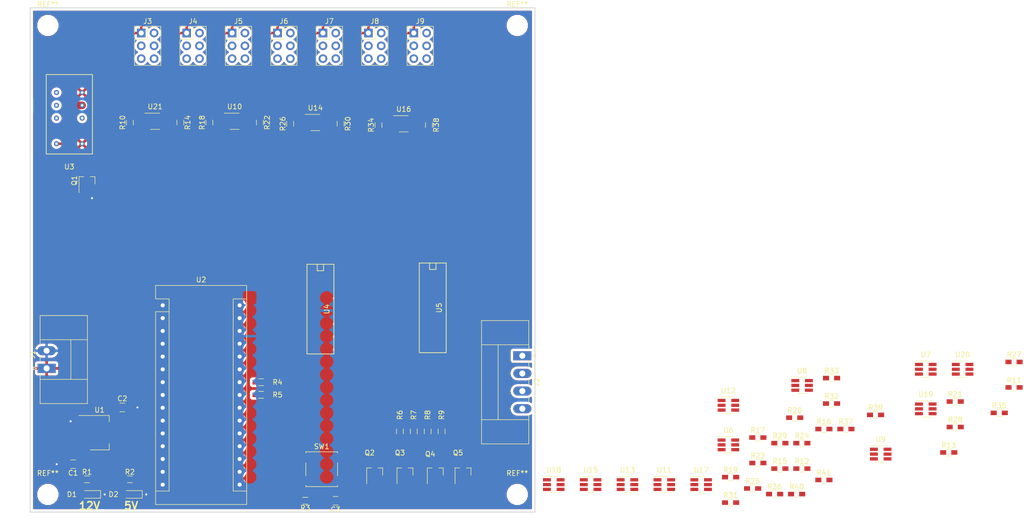
<source format=kicad_pcb>
(kicad_pcb (version 4) (host pcbnew 4.0.7)
  (layers (0 F.Cu signal) (31 B.Cu signal) (34 B.Paste user) (35 F.Paste user) (36 B.SilkS user) (37 F.SilkS user) (38 B.Mask user) (39 F.Mask user) (44 Edge.Cuts user))
  (net 0 "")
  (net 1 GND)
  (net 2 +12V)
  (net 3 +5V)
  (net 4 "Net-(D1-Pad2)")
  (net 5 "Net-(D2-Pad2)")
  (net 6 LED1)
  (net 7 LED2)
  (net 8 LED3)
  (net 9 LED4)
  (net 10 LED5)
  (net 11 LED6)
  (net 12 LED7)
  (net 13 LED8)
  (net 14 LED9)
  (net 15 LED10)
  (net 16 LED11)
  (net 17 LED12)
  (net 18 LED13)
  (net 19 LED14)
  (net 20 LED15)
  (net 21 LED16)
  (net 22 LED17)
  (net 23 LED18)
  (net 24 LED19)
  (net 25 LED20)
  (net 26 LED21)
  (net 27 LED22)
  (net 28 LED23)
  (net 29 LED24)
  (net 30 LED25)
  (net 31 LED26)
  (net 32 LED27)
  (net 33 LED28)
  (net 34 LED29)
  (net 35 LED30)
  (net 36 LED31)
  (net 37 LED32)
  (net 38 SCL)
  (net 39 SDA)
  (net 40 "Net-(R11-Pad1)")
  (net 41 "Net-(R12-Pad1)")
  (net 42 "Net-(R13-Pad1)")
  (net 43 "Net-(R15-Pad2)")
  (net 44 "Net-(R16-Pad2)")
  (net 45 "Net-(R17-Pad2)")
  (net 46 "Net-(R19-Pad1)")
  (net 47 "Net-(R20-Pad1)")
  (net 48 "Net-(R21-Pad1)")
  (net 49 "Net-(R23-Pad2)")
  (net 50 "Net-(R24-Pad2)")
  (net 51 "Net-(R25-Pad2)")
  (net 52 "Net-(R27-Pad1)")
  (net 53 "Net-(R28-Pad1)")
  (net 54 "Net-(R29-Pad1)")
  (net 55 "Net-(R31-Pad2)")
  (net 56 "Net-(R32-Pad2)")
  (net 57 "Net-(R33-Pad2)")
  (net 58 "Net-(R35-Pad1)")
  (net 59 "Net-(R36-Pad1)")
  (net 60 "Net-(R37-Pad1)")
  (net 61 "Net-(R39-Pad2)")
  (net 62 "Net-(R40-Pad2)")
  (net 63 "Net-(R41-Pad2)")
  (net 64 "Net-(U3-Pad3)")
  (net 65 "Net-(U3-Pad9)")
  (net 66 "Net-(U3-Pad10)")
  (net 67 "Net-(U5-Pad19)")
  (net 68 "Net-(U5-Pad20)")
  (net 69 ButtonRead)
  (net 70 PWM_1_OUTPUT)
  (net 71 PWM_2_OUTPUT)
  (net 72 PWM_3_OUTPUT)
  (net 73 PWM_4_OUTPUT)
  (net 74 LED_PWR)
  (net 75 "Net-(J9-Pad2)")
  (net 76 "Net-(J9-Pad4)")
  (net 77 "Net-(J9-Pad6)")
  (net 78 RelayControl)
  (net 79 "Net-(Q1-Pad3)")
  (net 80 PWM_1_CTRL)
  (net 81 "Net-(Q2-Pad3)")
  (net 82 PWM_2_CTRL)
  (net 83 "Net-(Q3-Pad3)")
  (net 84 PWM_3_CTRL)
  (net 85 "Net-(Q4-Pad3)")
  (net 86 PWM_4_CTRL)
  (net 87 "Net-(Q5-Pad3)")
  (net 88 "Net-(R10-Pad1)")
  (net 89 "Net-(R14-Pad2)")
  (net 90 "Net-(R18-Pad1)")
  (net 91 "Net-(R22-Pad2)")
  (net 92 "Net-(R26-Pad1)")
  (net 93 "Net-(R30-Pad2)")
  (net 94 "Net-(R34-Pad1)")
  (net 95 "Net-(R38-Pad2)")
  (net 96 "Net-(U2-Pad1)")
  (net 97 "Net-(U2-Pad17)")
  (net 98 "Net-(U2-Pad2)")
  (net 99 "Net-(U2-Pad18)")
  (net 100 "Net-(U2-Pad3)")
  (net 101 "Net-(U2-Pad19)")
  (net 102 "Net-(U2-Pad20)")
  (net 103 "Net-(U2-Pad5)")
  (net 104 "Net-(U2-Pad21)")
  (net 105 "Net-(U2-Pad22)")
  (net 106 "Net-(U2-Pad7)")
  (net 107 "Net-(U2-Pad25)")
  (net 108 "Net-(U2-Pad10)")
  (net 109 "Net-(U2-Pad26)")
  (net 110 "Net-(U2-Pad11)")
  (net 111 "Net-(U2-Pad27)")
  (net 112 "Net-(U2-Pad13)")
  (net 113 "Net-(U2-Pad14)")
  (net 114 "Net-(U3-Pad8)")
  (net 115 OUT_9)
  (net 116 OUT_10)
  (net 117 OUT_11)
  (net 118 OUT_12)
  (net 119 OUT_13)
  (net 120 OUT_14)
  (net 121 OUT_15)
  (net 122 OUT_16)
  (net 123 "Net-(U4-Pad19)")
  (net 124 "Net-(U4-Pad20)")
  (net 125 OUT_1)
  (net 126 OUT_2)
  (net 127 OUT_3)
  (net 128 OUT_4)
  (net 129 OUT_5)
  (net 130 OUT_6)
  (net 131 OUT_7)
  (net 132 OUT_8)
  (net 133 OUT_25)
  (net 134 OUT_26)
  (net 135 OUT_27)
  (net 136 OUT_28)
  (net 137 OUT_29)
  (net 138 OUT_30)
  (net 139 OUT_31)
  (net 140 OUT_32)
  (net 141 OUT_17)
  (net 142 OUT_18)
  (net 143 OUT_19)
  (net 144 OUT_20)
  (net 145 OUT_21)
  (net 146 OUT_22)
  (net 147 OUT_23)
  (net 148 OUT_24)
  (net 149 "Net-(U2-Pad28)")
  (module Mounting_Holes:MountingHole_3.2mm_M3 (layer F.Cu) (at 121.5 121.5)
    (fp_text reference REF** (at 0 -4.2) (layer F.SilkS))
    (fp_text value MountingHole_3.2mm_M3)
    (pad 1 np_thru_hole circle (at 0 0) (size 3.2 3.2) (drill 3.2) (layers *.Cu *.Mask))
  )
  (module Mounting_Holes:MountingHole_3.2mm_M3 (layer F.Cu) (at 28.5 28.5)
    (fp_text reference REF** (at 0 -4.2) (layer F.SilkS))
    (fp_text value MountingHole_3.2mm_M3)
    (pad 1 np_thru_hole circle (at 0 0) (size 3.2 3.2) (drill 3.2) (layers *.Cu *.Mask))
  )
  (module Mounting_Holes:MountingHole_3.2mm_M3 (layer F.Cu) (at 28.5 121.5)
    (fp_text reference REF** (at 0 -4.2) (layer F.SilkS))
    (fp_text value MountingHole_3.2mm_M3)
    (pad 1 np_thru_hole circle (at 0 0) (size 3.2 3.2) (drill 3.2) (layers *.Cu *.Mask))
  )
  (module Mounting_Holes:MountingHole_3.2mm_M3 (layer F.Cu) (at 121.5 28.5)
    (fp_text reference REF** (at 0 -4.2) (layer F.SilkS))
    (fp_text value MountingHole_3.2mm_M3)
    (pad 1 np_thru_hole circle (at 0 0) (size 3.2 3.2) (drill 3.2) (layers *.Cu *.Mask))
  )
  (module Capacitors_SMD:C_0805_HandSoldering (layer F.Cu) (at 33.5 115.5 180)
    (fp_text reference C1 (at 0 -1.75 180) (layer F.SilkS))
    (fp_text value 4.7uF)
    (pad 1 smd rect (at -1.25 0 180) (size 1.5 1.25) (layers F.Cu F.Paste F.Mask) (net 2 +12V))
    (pad 2 smd rect (at 1.25 0 180) (size 1.5 1.25) (layers F.Cu F.Paste F.Mask) (net 1 GND))
  )
  (module Capacitors_SMD:C_0805_HandSoldering (layer F.Cu) (at 43.25 104.25)
    (fp_text reference C2 (at 0 -1.75) (layer F.SilkS))
    (fp_text value 4.7uF)
    (pad 1 smd rect (at -1.25 0) (size 1.5 1.25) (layers F.Cu F.Paste F.Mask) (net 3 +5V))
    (pad 2 smd rect (at 1.25 0) (size 1.5 1.25) (layers F.Cu F.Paste F.Mask) (net 1 GND))
  )
  (module Capacitors_SMD:C_0805_HandSoldering (layer F.Cu) (at 85.5 122.75 180)
    (fp_text reference C3 (at 0 -1.75 180) (layer F.SilkS))
    (fp_text value 100nF)
    (pad 1 smd rect (at -1.25 0 180) (size 1.5 1.25) (layers F.Cu F.Paste F.Mask) (net 3 +5V))
    (pad 2 smd rect (at 1.25 0 180) (size 1.5 1.25) (layers F.Cu F.Paste F.Mask) (net 69 ButtonRead))
  )
  (module LEDs:LED_0805_HandSoldering (layer F.Cu) (at 36.75 121.5 180)
    (fp_text reference D1 (at 3.5 0 180) (layer F.SilkS))
    (fp_text value LED)
    (pad 1 smd rect (at -1.35 0 180) (size 1.5 1.3) (layers F.Cu F.Paste F.Mask) (net 1 GND))
    (pad 2 smd rect (at 1.35 0 180) (size 1.5 1.3) (layers F.Cu F.Paste F.Mask) (net 4 "Net-(D1-Pad2)"))
  )
  (module LEDs:LED_0805_HandSoldering (layer F.Cu) (at 45 121.5 180)
    (fp_text reference D2 (at 3.5 0 180) (layer F.SilkS))
    (fp_text value LED)
    (pad 1 smd rect (at -1.35 0 180) (size 1.5 1.3) (layers F.Cu F.Paste F.Mask) (net 1 GND))
    (pad 2 smd rect (at 1.35 0 180) (size 1.5 1.3) (layers F.Cu F.Paste F.Mask) (net 5 "Net-(D2-Pad2)"))
  )
  (module Connectors_Phoenix:PhoenixContact_MC-GF_02x3.50mm_Angled_ThreadedFlange (layer F.Cu) (at 28.25 96.5 90)
    (fp_text reference J1 (at 2.75 -2.8 90) (layer F.SilkS))
    (fp_text value Conn_01x02)
    (pad 1 thru_hole rect (at 0 0 90) (size 1.8 3.6) (drill 1.2) (layers *.Cu *.Mask) (net 2 +12V))
    (pad 2 thru_hole oval (at 3.5 0 90) (size 1.8 3.6) (drill 1.2) (layers *.Cu *.Mask) (net 1 GND))
  )
  (module Connectors_Phoenix:PhoenixContact_MC-GF_04x3.50mm_Angled_ThreadedFlange (layer F.Cu) (at 122.5 94 270)
    (fp_text reference J2 (at 5.25 -2.8 270) (layer F.SilkS))
    (fp_text value Conn_01x04)
    (pad 1 thru_hole rect (at 0 0 270) (size 1.8 3.6) (drill 1.2) (layers *.Cu *.Mask) (net 70 PWM_1_OUTPUT))
    (pad 2 thru_hole oval (at 3.5 0 270) (size 1.8 3.6) (drill 1.2) (layers *.Cu *.Mask) (net 71 PWM_2_OUTPUT))
    (pad 3 thru_hole oval (at 7 0 270) (size 1.8 3.6) (drill 1.2) (layers *.Cu *.Mask) (net 72 PWM_3_OUTPUT))
    (pad 4 thru_hole oval (at 10.5 0 270) (size 1.8 3.6) (drill 1.2) (layers *.Cu *.Mask) (net 73 PWM_4_OUTPUT))
  )
  (module Pin_Headers:Pin_Header_Straight_2x03_Pitch2.54mm (layer F.Cu) (at 47 30)
    (fp_text reference J3 (at 1.27 -2.33) (layer F.SilkS))
    (fp_text value Conn_02x03_Odd_Even)
    (pad 1 thru_hole rect (at 0 0) (size 1.7 1.7) (drill 1) (layers *.Cu *.Mask) (net 74 LED_PWR))
    (pad 2 thru_hole oval (at 2.54 0) (size 1.7 1.7) (drill 1) (layers *.Cu *.Mask) (net 8 LED3))
    (pad 3 thru_hole oval (at 0 2.54) (size 1.7 1.7) (drill 1) (layers *.Cu *.Mask) (net 6 LED1))
    (pad 4 thru_hole oval (at 2.54 2.54) (size 1.7 1.7) (drill 1) (layers *.Cu *.Mask) (net 9 LED4))
    (pad 5 thru_hole oval (at 0 5.08) (size 1.7 1.7) (drill 1) (layers *.Cu *.Mask) (net 7 LED2))
    (pad 6 thru_hole oval (at 2.54 5.08) (size 1.7 1.7) (drill 1) (layers *.Cu *.Mask) (net 10 LED5))
  )
  (module Pin_Headers:Pin_Header_Straight_2x03_Pitch2.54mm (layer F.Cu) (at 56 30)
    (fp_text reference J4 (at 1.27 -2.33) (layer F.SilkS))
    (fp_text value Conn_02x03_Odd_Even)
    (pad 1 thru_hole rect (at 0 0) (size 1.7 1.7) (drill 1) (layers *.Cu *.Mask) (net 74 LED_PWR))
    (pad 2 thru_hole oval (at 2.54 0) (size 1.7 1.7) (drill 1) (layers *.Cu *.Mask) (net 13 LED8))
    (pad 3 thru_hole oval (at 0 2.54) (size 1.7 1.7) (drill 1) (layers *.Cu *.Mask) (net 11 LED6))
    (pad 4 thru_hole oval (at 2.54 2.54) (size 1.7 1.7) (drill 1) (layers *.Cu *.Mask) (net 14 LED9))
    (pad 5 thru_hole oval (at 0 5.08) (size 1.7 1.7) (drill 1) (layers *.Cu *.Mask) (net 12 LED7))
    (pad 6 thru_hole oval (at 2.54 5.08) (size 1.7 1.7) (drill 1) (layers *.Cu *.Mask) (net 15 LED10))
  )
  (module Pin_Headers:Pin_Header_Straight_2x03_Pitch2.54mm (layer F.Cu) (at 65 30)
    (fp_text reference J5 (at 1.27 -2.33) (layer F.SilkS))
    (fp_text value Conn_02x03_Odd_Even)
    (pad 1 thru_hole rect (at 0 0) (size 1.7 1.7) (drill 1) (layers *.Cu *.Mask) (net 74 LED_PWR))
    (pad 2 thru_hole oval (at 2.54 0) (size 1.7 1.7) (drill 1) (layers *.Cu *.Mask) (net 18 LED13))
    (pad 3 thru_hole oval (at 0 2.54) (size 1.7 1.7) (drill 1) (layers *.Cu *.Mask) (net 16 LED11))
    (pad 4 thru_hole oval (at 2.54 2.54) (size 1.7 1.7) (drill 1) (layers *.Cu *.Mask) (net 19 LED14))
    (pad 5 thru_hole oval (at 0 5.08) (size 1.7 1.7) (drill 1) (layers *.Cu *.Mask) (net 17 LED12))
    (pad 6 thru_hole oval (at 2.54 5.08) (size 1.7 1.7) (drill 1) (layers *.Cu *.Mask) (net 20 LED15))
  )
  (module Pin_Headers:Pin_Header_Straight_2x03_Pitch2.54mm (layer F.Cu) (at 74 30)
    (fp_text reference J6 (at 1.27 -2.33) (layer F.SilkS))
    (fp_text value Conn_02x03_Odd_Even)
    (pad 1 thru_hole rect (at 0 0) (size 1.7 1.7) (drill 1) (layers *.Cu *.Mask) (net 74 LED_PWR))
    (pad 2 thru_hole oval (at 2.54 0) (size 1.7 1.7) (drill 1) (layers *.Cu *.Mask) (net 23 LED18))
    (pad 3 thru_hole oval (at 0 2.54) (size 1.7 1.7) (drill 1) (layers *.Cu *.Mask) (net 21 LED16))
    (pad 4 thru_hole oval (at 2.54 2.54) (size 1.7 1.7) (drill 1) (layers *.Cu *.Mask) (net 24 LED19))
    (pad 5 thru_hole oval (at 0 5.08) (size 1.7 1.7) (drill 1) (layers *.Cu *.Mask) (net 22 LED17))
    (pad 6 thru_hole oval (at 2.54 5.08) (size 1.7 1.7) (drill 1) (layers *.Cu *.Mask) (net 25 LED20))
  )
  (module Pin_Headers:Pin_Header_Straight_2x03_Pitch2.54mm (layer F.Cu) (at 83 30)
    (fp_text reference J7 (at 1.27 -2.33) (layer F.SilkS))
    (fp_text value Conn_02x03_Odd_Even)
    (pad 1 thru_hole rect (at 0 0) (size 1.7 1.7) (drill 1) (layers *.Cu *.Mask) (net 74 LED_PWR))
    (pad 2 thru_hole oval (at 2.54 0) (size 1.7 1.7) (drill 1) (layers *.Cu *.Mask) (net 28 LED23))
    (pad 3 thru_hole oval (at 0 2.54) (size 1.7 1.7) (drill 1) (layers *.Cu *.Mask) (net 26 LED21))
    (pad 4 thru_hole oval (at 2.54 2.54) (size 1.7 1.7) (drill 1) (layers *.Cu *.Mask) (net 29 LED24))
    (pad 5 thru_hole oval (at 0 5.08) (size 1.7 1.7) (drill 1) (layers *.Cu *.Mask) (net 27 LED22))
    (pad 6 thru_hole oval (at 2.54 5.08) (size 1.7 1.7) (drill 1) (layers *.Cu *.Mask) (net 30 LED25))
  )
  (module Pin_Headers:Pin_Header_Straight_2x03_Pitch2.54mm (layer F.Cu) (at 92 30)
    (fp_text reference J8 (at 1.27 -2.33) (layer F.SilkS))
    (fp_text value Conn_02x03_Odd_Even)
    (pad 1 thru_hole rect (at 0 0) (size 1.7 1.7) (drill 1) (layers *.Cu *.Mask) (net 74 LED_PWR))
    (pad 2 thru_hole oval (at 2.54 0) (size 1.7 1.7) (drill 1) (layers *.Cu *.Mask) (net 33 LED28))
    (pad 3 thru_hole oval (at 0 2.54) (size 1.7 1.7) (drill 1) (layers *.Cu *.Mask) (net 31 LED26))
    (pad 4 thru_hole oval (at 2.54 2.54) (size 1.7 1.7) (drill 1) (layers *.Cu *.Mask) (net 34 LED29))
    (pad 5 thru_hole oval (at 0 5.08) (size 1.7 1.7) (drill 1) (layers *.Cu *.Mask) (net 32 LED27))
    (pad 6 thru_hole oval (at 2.54 5.08) (size 1.7 1.7) (drill 1) (layers *.Cu *.Mask) (net 35 LED30))
  )
  (module Pin_Headers:Pin_Header_Straight_2x03_Pitch2.54mm (layer F.Cu) (at 101 30)
    (fp_text reference J9 (at 1.27 -2.33) (layer F.SilkS))
    (fp_text value Conn_02x03_Odd_Even)
    (pad 1 thru_hole rect (at 0 0) (size 1.7 1.7) (drill 1) (layers *.Cu *.Mask) (net 74 LED_PWR))
    (pad 2 thru_hole oval (at 2.54 0) (size 1.7 1.7) (drill 1) (layers *.Cu *.Mask) (net 75 "Net-(J9-Pad2)"))
    (pad 3 thru_hole oval (at 0 2.54) (size 1.7 1.7) (drill 1) (layers *.Cu *.Mask) (net 36 LED31))
    (pad 4 thru_hole oval (at 2.54 2.54) (size 1.7 1.7) (drill 1) (layers *.Cu *.Mask) (net 76 "Net-(J9-Pad4)"))
    (pad 5 thru_hole oval (at 0 5.08) (size 1.7 1.7) (drill 1) (layers *.Cu *.Mask) (net 37 LED32))
    (pad 6 thru_hole oval (at 2.54 5.08) (size 1.7 1.7) (drill 1) (layers *.Cu *.Mask) (net 77 "Net-(J9-Pad6)"))
  )
  (module TO_SOT_Packages_SMD:SOT-23_Handsoldering (layer F.Cu) (at 36.25 59.25 90)
    (fp_text reference Q1 (at 0 -2.5 90) (layer F.SilkS))
    (fp_text value Q_NMOS_GSD)
    (pad 1 smd rect (at -1.5 -0.95 90) (size 1.9 0.8) (layers F.Cu F.Paste F.Mask) (net 78 RelayControl))
    (pad 2 smd rect (at -1.5 0.95 90) (size 1.9 0.8) (layers F.Cu F.Paste F.Mask) (net 1 GND))
    (pad 3 smd rect (at 1.5 0 90) (size 1.9 0.8) (layers F.Cu F.Paste F.Mask) (net 79 "Net-(Q1-Pad3)"))
  )
  (module TO_SOT_Packages_SMD:SOT-23_Handsoldering (layer F.Cu) (at 93.25 117 90)
    (fp_text reference Q2 (at 3.75 -1 180) (layer F.SilkS))
    (fp_text value Q_NMOS_GSD)
    (pad 1 smd rect (at -1.5 -0.95 90) (size 1.9 0.8) (layers F.Cu F.Paste F.Mask) (net 80 PWM_1_CTRL))
    (pad 2 smd rect (at -1.5 0.95 90) (size 1.9 0.8) (layers F.Cu F.Paste F.Mask) (net 1 GND))
    (pad 3 smd rect (at 1.5 0 90) (size 1.9 0.8) (layers F.Cu F.Paste F.Mask) (net 81 "Net-(Q2-Pad3)"))
  )
  (module TO_SOT_Packages_SMD:SOT-23_Handsoldering (layer F.Cu) (at 99.25 117 90)
    (fp_text reference Q3 (at 3.75 -1 180) (layer F.SilkS))
    (fp_text value Q_NMOS_GSD)
    (pad 1 smd rect (at -1.5 -0.95 90) (size 1.9 0.8) (layers F.Cu F.Paste F.Mask) (net 82 PWM_2_CTRL))
    (pad 2 smd rect (at -1.5 0.95 90) (size 1.9 0.8) (layers F.Cu F.Paste F.Mask) (net 1 GND))
    (pad 3 smd rect (at 1.5 0 90) (size 1.9 0.8) (layers F.Cu F.Paste F.Mask) (net 83 "Net-(Q3-Pad3)"))
  )
  (module TO_SOT_Packages_SMD:SOT-23_Handsoldering (layer F.Cu) (at 105.25 117 90)
    (fp_text reference Q4 (at 3.5 -1 180) (layer F.SilkS))
    (fp_text value Q_NMOS_GSD)
    (pad 1 smd rect (at -1.5 -0.95 90) (size 1.9 0.8) (layers F.Cu F.Paste F.Mask) (net 84 PWM_3_CTRL))
    (pad 2 smd rect (at -1.5 0.95 90) (size 1.9 0.8) (layers F.Cu F.Paste F.Mask) (net 1 GND))
    (pad 3 smd rect (at 1.5 0 90) (size 1.9 0.8) (layers F.Cu F.Paste F.Mask) (net 85 "Net-(Q4-Pad3)"))
  )
  (module TO_SOT_Packages_SMD:SOT-23_Handsoldering (layer F.Cu) (at 110.75 117 90)
    (fp_text reference Q5 (at 3.75 -1 180) (layer F.SilkS))
    (fp_text value Q_NMOS_GSD)
    (pad 1 smd rect (at -1.5 -0.95 90) (size 1.9 0.8) (layers F.Cu F.Paste F.Mask) (net 86 PWM_4_CTRL))
    (pad 2 smd rect (at -1.5 0.95 90) (size 1.9 0.8) (layers F.Cu F.Paste F.Mask) (net 1 GND))
    (pad 3 smd rect (at 1.5 0 90) (size 1.9 0.8) (layers F.Cu F.Paste F.Mask) (net 87 "Net-(Q5-Pad3)"))
  )
  (module Resistors_SMD:R_0603_HandSoldering (layer F.Cu) (at 36.25 118.5)
    (fp_text reference R1 (at 0 -1.45) (layer F.SilkS))
    (fp_text value 1K)
    (pad 1 smd rect (at -1.1 0) (size 1.2 0.9) (layers F.Cu F.Paste F.Mask) (net 2 +12V))
    (pad 2 smd rect (at 1.1 0) (size 1.2 0.9) (layers F.Cu F.Paste F.Mask) (net 4 "Net-(D1-Pad2)"))
  )
  (module Resistors_SMD:R_0603_HandSoldering (layer F.Cu) (at 44.75 118.5)
    (fp_text reference R2 (at 0 -1.45) (layer F.SilkS))
    (fp_text value 1K)
    (pad 1 smd rect (at -1.1 0) (size 1.2 0.9) (layers F.Cu F.Paste F.Mask) (net 3 +5V))
    (pad 2 smd rect (at 1.1 0) (size 1.2 0.9) (layers F.Cu F.Paste F.Mask) (net 5 "Net-(D2-Pad2)"))
  )
  (module Resistors_SMD:R_0603_HandSoldering (layer F.Cu) (at 79.5 122.75 180)
    (fp_text reference R3 (at 0 -1.45 180) (layer F.SilkS))
    (fp_text value 10K)
    (pad 1 smd rect (at -1.1 0 180) (size 1.2 0.9) (layers F.Cu F.Paste F.Mask) (net 69 ButtonRead))
    (pad 2 smd rect (at 1.1 0 180) (size 1.2 0.9) (layers F.Cu F.Paste F.Mask) (net 1 GND))
  )
  (module Resistors_SMD:R_0603_HandSoldering (layer F.Cu) (at 70.75 99.25 180)
    (fp_text reference R4 (at -3.25 0 180) (layer F.SilkS))
    (fp_text value 4.7K)
    (pad 1 smd rect (at -1.1 0 180) (size 1.2 0.9) (layers F.Cu F.Paste F.Mask) (net 3 +5V))
    (pad 2 smd rect (at 1.1 0 180) (size 1.2 0.9) (layers F.Cu F.Paste F.Mask) (net 38 SCL))
  )
  (module Resistors_SMD:R_0603_HandSoldering (layer F.Cu) (at 70.75 101.75 180)
    (fp_text reference R5 (at -3.25 0 180) (layer F.SilkS))
    (fp_text value 4.7K)
    (pad 1 smd rect (at -1.1 0 180) (size 1.2 0.9) (layers F.Cu F.Paste F.Mask) (net 3 +5V))
    (pad 2 smd rect (at 1.1 0 180) (size 1.2 0.9) (layers F.Cu F.Paste F.Mask) (net 39 SDA))
  )
  (module Resistors_SMD:R_0603_HandSoldering (layer F.Cu) (at 98.25 109 270)
    (fp_text reference R6 (at -3.25 0 270) (layer F.SilkS))
    (fp_text value 10K)
    (pad 1 smd rect (at -1.1 0 270) (size 1.2 0.9) (layers F.Cu F.Paste F.Mask) (net 70 PWM_1_OUTPUT))
    (pad 2 smd rect (at 1.1 0 270) (size 1.2 0.9) (layers F.Cu F.Paste F.Mask) (net 81 "Net-(Q2-Pad3)"))
  )
  (module Resistors_SMD:R_0603_HandSoldering (layer F.Cu) (at 101 109 270)
    (fp_text reference R7 (at -3.25 0 270) (layer F.SilkS))
    (fp_text value 10K)
    (pad 1 smd rect (at -1.1 0 270) (size 1.2 0.9) (layers F.Cu F.Paste F.Mask) (net 71 PWM_2_OUTPUT))
    (pad 2 smd rect (at 1.1 0 270) (size 1.2 0.9) (layers F.Cu F.Paste F.Mask) (net 83 "Net-(Q3-Pad3)"))
  )
  (module Resistors_SMD:R_0603_HandSoldering (layer F.Cu) (at 103.75 109 270)
    (fp_text reference R8 (at -3.25 0 270) (layer F.SilkS))
    (fp_text value 10K)
    (pad 1 smd rect (at -1.1 0 270) (size 1.2 0.9) (layers F.Cu F.Paste F.Mask) (net 72 PWM_3_OUTPUT))
    (pad 2 smd rect (at 1.1 0 270) (size 1.2 0.9) (layers F.Cu F.Paste F.Mask) (net 85 "Net-(Q4-Pad3)"))
  )
  (module Resistors_SMD:R_0603_HandSoldering (layer F.Cu) (at 106.5 109 270)
    (fp_text reference R9 (at -3.25 0 270) (layer F.SilkS))
    (fp_text value 10K)
    (pad 1 smd rect (at -1.1 0 270) (size 1.2 0.9) (layers F.Cu F.Paste F.Mask) (net 73 PWM_4_OUTPUT))
    (pad 2 smd rect (at 1.1 0 270) (size 1.2 0.9) (layers F.Cu F.Paste F.Mask) (net 87 "Net-(Q5-Pad3)"))
  )
  (module Resistors_SMD:R_0603_HandSoldering (layer F.Cu) (at 44.75 47.75 90)
    (fp_text reference R10 (at 0 -1.45 90) (layer F.SilkS))
    (fp_text value 2.7K)
    (pad 1 smd rect (at -1.1 0 90) (size 1.2 0.9) (layers F.Cu F.Paste F.Mask) (net 88 "Net-(R10-Pad1)"))
    (pad 2 smd rect (at 1.1 0 90) (size 1.2 0.9) (layers F.Cu F.Paste F.Mask) (net 6 LED1))
  )
  (module Resistors_SMD:R_0603_HandSoldering (layer F.Cu) (at 219.920002 100.279999)
    (fp_text reference R11 (at 0 -1.45) (layer F.SilkS))
    (fp_text value 2.7K)
    (pad 1 smd rect (at -1.1 0) (size 1.2 0.9) (layers F.Cu F.Paste F.Mask) (net 40 "Net-(R11-Pad1)"))
    (pad 2 smd rect (at 1.1 0) (size 1.2 0.9) (layers F.Cu F.Paste F.Mask) (net 22 LED17))
  )
  (module Resistors_SMD:R_0603_HandSoldering (layer F.Cu) (at 177.880002 116.379999)
    (fp_text reference R12 (at 0 -1.45) (layer F.SilkS))
    (fp_text value 2.7K)
    (pad 1 smd rect (at -1.1 0) (size 1.2 0.9) (layers F.Cu F.Paste F.Mask) (net 41 "Net-(R12-Pad1)"))
    (pad 2 smd rect (at 1.1 0) (size 1.2 0.9) (layers F.Cu F.Paste F.Mask) (net 14 LED9))
  )
  (module Resistors_SMD:R_0603_HandSoldering (layer F.Cu) (at 206.980002 113.179999)
    (fp_text reference R13 (at 0 -1.45) (layer F.SilkS))
    (fp_text value 2.7K)
    (pad 1 smd rect (at -1.1 0) (size 1.2 0.9) (layers F.Cu F.Paste F.Mask) (net 42 "Net-(R13-Pad1)"))
    (pad 2 smd rect (at 1.1 0) (size 1.2 0.9) (layers F.Cu F.Paste F.Mask) (net 30 LED25))
  )
  (module Resistors_SMD:R_0603_HandSoldering (layer F.Cu) (at 54.75 47.75 270)
    (fp_text reference R14 (at 0 -1.45 270) (layer F.SilkS))
    (fp_text value 2.7K)
    (pad 1 smd rect (at -1.1 0 270) (size 1.2 0.9) (layers F.Cu F.Paste F.Mask) (net 7 LED2))
    (pad 2 smd rect (at 1.1 0 270) (size 1.2 0.9) (layers F.Cu F.Paste F.Mask) (net 89 "Net-(R14-Pad2)"))
  )
  (module Resistors_SMD:R_0603_HandSoldering (layer F.Cu) (at 173.520002 116.379999)
    (fp_text reference R15 (at 0 -1.45) (layer F.SilkS))
    (fp_text value 2.7K)
    (pad 1 smd rect (at -1.1 0) (size 1.2 0.9) (layers F.Cu F.Paste F.Mask) (net 23 LED18))
    (pad 2 smd rect (at 1.1 0) (size 1.2 0.9) (layers F.Cu F.Paste F.Mask) (net 43 "Net-(R15-Pad2)"))
  )
  (module Resistors_SMD:R_0603_HandSoldering (layer F.Cu) (at 182.240002 108.529999)
    (fp_text reference R16 (at 0 -1.45) (layer F.SilkS))
    (fp_text value 2.7K)
    (pad 1 smd rect (at -1.1 0) (size 1.2 0.9) (layers F.Cu F.Paste F.Mask) (net 15 LED10))
    (pad 2 smd rect (at 1.1 0) (size 1.2 0.9) (layers F.Cu F.Paste F.Mask) (net 44 "Net-(R16-Pad2)"))
  )
  (module Resistors_SMD:R_0603_HandSoldering (layer F.Cu) (at 169.160002 110.219999)
    (fp_text reference R17 (at 0 -1.45) (layer F.SilkS))
    (fp_text value 2.7K)
    (pad 1 smd rect (at -1.1 0) (size 1.2 0.9) (layers F.Cu F.Paste F.Mask) (net 31 LED26))
    (pad 2 smd rect (at 1.1 0) (size 1.2 0.9) (layers F.Cu F.Paste F.Mask) (net 45 "Net-(R17-Pad2)"))
  )
  (module Resistors_SMD:R_0603_HandSoldering (layer F.Cu) (at 60.5 47.75 90)
    (fp_text reference R18 (at 0 -1.45 90) (layer F.SilkS))
    (fp_text value 2.7K)
    (pad 1 smd rect (at -1.1 0 90) (size 1.2 0.9) (layers F.Cu F.Paste F.Mask) (net 90 "Net-(R18-Pad1)"))
    (pad 2 smd rect (at 1.1 0 90) (size 1.2 0.9) (layers F.Cu F.Paste F.Mask) (net 8 LED3))
  )
  (module Resistors_SMD:R_0603_HandSoldering (layer F.Cu) (at 163.760002 118.069999)
    (fp_text reference R19 (at 0 -1.45) (layer F.SilkS))
    (fp_text value 2.7K)
    (pad 1 smd rect (at -1.1 0) (size 1.2 0.9) (layers F.Cu F.Paste F.Mask) (net 46 "Net-(R19-Pad1)"))
    (pad 2 smd rect (at 1.1 0) (size 1.2 0.9) (layers F.Cu F.Paste F.Mask) (net 24 LED19))
  )
  (module Resistors_SMD:R_0603_HandSoldering (layer F.Cu) (at 176.460002 106.279999)
    (fp_text reference R20 (at 0 -1.45) (layer F.SilkS))
    (fp_text value 2.7K)
    (pad 1 smd rect (at -1.1 0) (size 1.2 0.9) (layers F.Cu F.Paste F.Mask) (net 47 "Net-(R20-Pad1)"))
    (pad 2 smd rect (at 1.1 0) (size 1.2 0.9) (layers F.Cu F.Paste F.Mask) (net 16 LED11))
  )
  (module Resistors_SMD:R_0603_HandSoldering (layer F.Cu) (at 208.260002 103.079999)
    (fp_text reference R21 (at 0 -1.45) (layer F.SilkS))
    (fp_text value 2.7K)
    (pad 1 smd rect (at -1.1 0) (size 1.2 0.9) (layers F.Cu F.Paste F.Mask) (net 48 "Net-(R21-Pad1)"))
    (pad 2 smd rect (at 1.1 0) (size 1.2 0.9) (layers F.Cu F.Paste F.Mask) (net 32 LED27))
  )
  (module Resistors_SMD:R_0603_HandSoldering (layer F.Cu) (at 70.5 47.75 270)
    (fp_text reference R22 (at 0 -1.45 270) (layer F.SilkS))
    (fp_text value 2.7K)
    (pad 1 smd rect (at -1.1 0 270) (size 1.2 0.9) (layers F.Cu F.Paste F.Mask) (net 9 LED4))
    (pad 2 smd rect (at 1.1 0 270) (size 1.2 0.9) (layers F.Cu F.Paste F.Mask) (net 91 "Net-(R22-Pad2)"))
  )
  (module Resistors_SMD:R_0603_HandSoldering (layer F.Cu) (at 169.160002 115.269999)
    (fp_text reference R23 (at 0 -1.45) (layer F.SilkS))
    (fp_text value 2.7K)
    (pad 1 smd rect (at -1.1 0) (size 1.2 0.9) (layers F.Cu F.Paste F.Mask) (net 25 LED20))
    (pad 2 smd rect (at 1.1 0) (size 1.2 0.9) (layers F.Cu F.Paste F.Mask) (net 49 "Net-(R23-Pad2)"))
  )
  (module Resistors_SMD:R_0603_HandSoldering (layer F.Cu) (at 177.880002 111.329999)
    (fp_text reference R24 (at 0 -1.45) (layer F.SilkS))
    (fp_text value 2.7K)
    (pad 1 smd rect (at -1.1 0) (size 1.2 0.9) (layers F.Cu F.Paste F.Mask) (net 17 LED12))
    (pad 2 smd rect (at 1.1 0) (size 1.2 0.9) (layers F.Cu F.Paste F.Mask) (net 50 "Net-(R24-Pad2)"))
  )
  (module Resistors_SMD:R_0603_HandSoldering (layer F.Cu) (at 168.120002 120.319999)
    (fp_text reference R25 (at 0 -1.45) (layer F.SilkS))
    (fp_text value 2.7K)
    (pad 1 smd rect (at -1.1 0) (size 1.2 0.9) (layers F.Cu F.Paste F.Mask) (net 33 LED28))
    (pad 2 smd rect (at 1.1 0) (size 1.2 0.9) (layers F.Cu F.Paste F.Mask) (net 51 "Net-(R25-Pad2)"))
  )
  (module Resistors_SMD:R_0603_HandSoldering (layer F.Cu) (at 76.5 48 90)
    (fp_text reference R26 (at 0 -1.45 90) (layer F.SilkS))
    (fp_text value 2.7K)
    (pad 1 smd rect (at -1.1 0 90) (size 1.2 0.9) (layers F.Cu F.Paste F.Mask) (net 92 "Net-(R26-Pad1)"))
    (pad 2 smd rect (at 1.1 0 90) (size 1.2 0.9) (layers F.Cu F.Paste F.Mask) (net 10 LED5))
  )
  (module Resistors_SMD:R_0603_HandSoldering (layer F.Cu) (at 219.920002 95.229999)
    (fp_text reference R27 (at 0 -1.45) (layer F.SilkS))
    (fp_text value 2.7K)
    (pad 1 smd rect (at -1.1 0) (size 1.2 0.9) (layers F.Cu F.Paste F.Mask) (net 52 "Net-(R27-Pad1)"))
    (pad 2 smd rect (at 1.1 0) (size 1.2 0.9) (layers F.Cu F.Paste F.Mask) (net 26 LED21))
  )
  (module Resistors_SMD:R_0603_HandSoldering (layer F.Cu) (at 208.260002 108.129999)
    (fp_text reference R28 (at 0 -1.45) (layer F.SilkS))
    (fp_text value 2.7K)
    (pad 1 smd rect (at -1.1 0) (size 1.2 0.9) (layers F.Cu F.Paste F.Mask) (net 53 "Net-(R28-Pad1)"))
    (pad 2 smd rect (at 1.1 0) (size 1.2 0.9) (layers F.Cu F.Paste F.Mask) (net 18 LED13))
  )
  (module Resistors_SMD:R_0603_HandSoldering (layer F.Cu) (at 173.520002 111.329999)
    (fp_text reference R29 (at 0 -1.45) (layer F.SilkS))
    (fp_text value 2.7K)
    (pad 1 smd rect (at -1.1 0) (size 1.2 0.9) (layers F.Cu F.Paste F.Mask) (net 54 "Net-(R29-Pad1)"))
    (pad 2 smd rect (at 1.1 0) (size 1.2 0.9) (layers F.Cu F.Paste F.Mask) (net 34 LED29))
  )
  (module Resistors_SMD:R_0603_HandSoldering (layer F.Cu) (at 86.5 48 270)
    (fp_text reference R30 (at 0 -1.45 270) (layer F.SilkS))
    (fp_text value 2.7K)
    (pad 1 smd rect (at -1.1 0 270) (size 1.2 0.9) (layers F.Cu F.Paste F.Mask) (net 11 LED6))
    (pad 2 smd rect (at 1.1 0 270) (size 1.2 0.9) (layers F.Cu F.Paste F.Mask) (net 93 "Net-(R30-Pad2)"))
  )
  (module Resistors_SMD:R_0603_HandSoldering (layer F.Cu) (at 163.760002 123.119999)
    (fp_text reference R31 (at 0 -1.45) (layer F.SilkS))
    (fp_text value 2.7K)
    (pad 1 smd rect (at -1.1 0) (size 1.2 0.9) (layers F.Cu F.Paste F.Mask) (net 27 LED22))
    (pad 2 smd rect (at 1.1 0) (size 1.2 0.9) (layers F.Cu F.Paste F.Mask) (net 55 "Net-(R31-Pad2)"))
  )
  (module Resistors_SMD:R_0603_HandSoldering (layer F.Cu) (at 183.760002 103.479999)
    (fp_text reference R32 (at 0 -1.45) (layer F.SilkS))
    (fp_text value 2.7K)
    (pad 1 smd rect (at -1.1 0) (size 1.2 0.9) (layers F.Cu F.Paste F.Mask) (net 19 LED14))
    (pad 2 smd rect (at 1.1 0) (size 1.2 0.9) (layers F.Cu F.Paste F.Mask) (net 56 "Net-(R32-Pad2)"))
  )
  (module Resistors_SMD:R_0603_HandSoldering (layer F.Cu) (at 183.760002 98.429999)
    (fp_text reference R33 (at 0 -1.45) (layer F.SilkS))
    (fp_text value 2.7K)
    (pad 1 smd rect (at -1.1 0) (size 1.2 0.9) (layers F.Cu F.Paste F.Mask) (net 35 LED30))
    (pad 2 smd rect (at 1.1 0) (size 1.2 0.9) (layers F.Cu F.Paste F.Mask) (net 57 "Net-(R33-Pad2)"))
  )
  (module Resistors_SMD:R_0603_HandSoldering (layer F.Cu) (at 94 48.25 90)
    (fp_text reference R34 (at 0 -1.45 90) (layer F.SilkS))
    (fp_text value 2.7K)
    (pad 1 smd rect (at -1.1 0 90) (size 1.2 0.9) (layers F.Cu F.Paste F.Mask) (net 94 "Net-(R34-Pad1)"))
    (pad 2 smd rect (at 1.1 0 90) (size 1.2 0.9) (layers F.Cu F.Paste F.Mask) (net 12 LED7))
  )
  (module Resistors_SMD:R_0603_HandSoldering (layer F.Cu) (at 216.980002 105.329999)
    (fp_text reference R35 (at 0 -1.45) (layer F.SilkS))
    (fp_text value 2.7K)
    (pad 1 smd rect (at -1.1 0) (size 1.2 0.9) (layers F.Cu F.Paste F.Mask) (net 58 "Net-(R35-Pad1)"))
    (pad 2 smd rect (at 1.1 0) (size 1.2 0.9) (layers F.Cu F.Paste F.Mask) (net 28 LED23))
  )
  (module Resistors_SMD:R_0603_HandSoldering (layer F.Cu) (at 172.480002 121.429999)
    (fp_text reference R36 (at 0 -1.45) (layer F.SilkS))
    (fp_text value 2.7K)
    (pad 1 smd rect (at -1.1 0) (size 1.2 0.9) (layers F.Cu F.Paste F.Mask) (net 59 "Net-(R36-Pad1)"))
    (pad 2 smd rect (at 1.1 0) (size 1.2 0.9) (layers F.Cu F.Paste F.Mask) (net 20 LED15))
  )
  (module Resistors_SMD:R_0603_HandSoldering (layer F.Cu) (at 186.600002 108.529999)
    (fp_text reference R37 (at 0 -1.45) (layer F.SilkS))
    (fp_text value 2.7K)
    (pad 1 smd rect (at -1.1 0) (size 1.2 0.9) (layers F.Cu F.Paste F.Mask) (net 60 "Net-(R37-Pad1)"))
    (pad 2 smd rect (at 1.1 0) (size 1.2 0.9) (layers F.Cu F.Paste F.Mask) (net 36 LED31))
  )
  (module Resistors_SMD:R_0603_HandSoldering (layer F.Cu) (at 104 48.25 270)
    (fp_text reference R38 (at 0 -1.45 270) (layer F.SilkS))
    (fp_text value 2.7K)
    (pad 1 smd rect (at -1.1 0 270) (size 1.2 0.9) (layers F.Cu F.Paste F.Mask) (net 13 LED8))
    (pad 2 smd rect (at 1.1 0 270) (size 1.2 0.9) (layers F.Cu F.Paste F.Mask) (net 95 "Net-(R38-Pad2)"))
  )
  (module Resistors_SMD:R_0603_HandSoldering (layer F.Cu) (at 192.480002 105.729999)
    (fp_text reference R39 (at 0 -1.45) (layer F.SilkS))
    (fp_text value 2.7K)
    (pad 1 smd rect (at -1.1 0) (size 1.2 0.9) (layers F.Cu F.Paste F.Mask) (net 29 LED24))
    (pad 2 smd rect (at 1.1 0) (size 1.2 0.9) (layers F.Cu F.Paste F.Mask) (net 61 "Net-(R39-Pad2)"))
  )
  (module Resistors_SMD:R_0603_HandSoldering (layer F.Cu) (at 176.840002 121.429999)
    (fp_text reference R40 (at 0 -1.45) (layer F.SilkS))
    (fp_text value 2.7K)
    (pad 1 smd rect (at -1.1 0) (size 1.2 0.9) (layers F.Cu F.Paste F.Mask) (net 21 LED16))
    (pad 2 smd rect (at 1.1 0) (size 1.2 0.9) (layers F.Cu F.Paste F.Mask) (net 62 "Net-(R40-Pad2)"))
  )
  (module Resistors_SMD:R_0603_HandSoldering (layer F.Cu) (at 182.240002 118.629999)
    (fp_text reference R41 (at 0 -1.45) (layer F.SilkS))
    (fp_text value 2.7K)
    (pad 1 smd rect (at -1.1 0) (size 1.2 0.9) (layers F.Cu F.Paste F.Mask) (net 37 LED32))
    (pad 2 smd rect (at 1.1 0) (size 1.2 0.9) (layers F.Cu F.Paste F.Mask) (net 63 "Net-(R41-Pad2)"))
  )
  (module Buttons_Switches_SMD:SW_SPST_B3S-1000 (layer F.Cu) (at 82.75 116.5)
    (fp_text reference SW1 (at 0 -4.5) (layer F.SilkS))
    (fp_text value SW_Push)
    (pad 1 smd rect (at -3.975 -2.25) (size 1.55 1.3) (layers F.Cu F.Paste F.Mask) (net 69 ButtonRead))
    (pad 1 smd rect (at 3.975 -2.25) (size 1.55 1.3) (layers F.Cu F.Paste F.Mask) (net 69 ButtonRead))
    (pad 2 smd rect (at -3.975 2.25) (size 1.55 1.3) (layers F.Cu F.Paste F.Mask) (net 3 +5V))
    (pad 2 smd rect (at 3.975 2.25) (size 1.55 1.3) (layers F.Cu F.Paste F.Mask) (net 3 +5V))
  )
  (module TO_SOT_Packages_SMD:SOT-223-3_TabPin2 (layer F.Cu) (at 38.75 109.25)
    (fp_text reference U1 (at 0 -4.5) (layer F.SilkS))
    (fp_text value AP1117-50)
    (pad 2 smd rect (at 3.15 0) (size 2 3.8) (layers F.Cu F.Paste F.Mask) (net 3 +5V))
    (pad 2 smd rect (at -3.15 0) (size 2 1.5) (layers F.Cu F.Paste F.Mask) (net 3 +5V))
    (pad 3 smd rect (at -3.15 2.3) (size 2 1.5) (layers F.Cu F.Paste F.Mask) (net 2 +12V))
    (pad 1 smd rect (at -3.15 -2.3) (size 2 1.5) (layers F.Cu F.Paste F.Mask) (net 1 GND))
  )
  (module Modules:Arduino_Nano (layer F.Cu) (at 51.25 84)
    (fp_text reference U2 (at 7.62 -5.08) (layer F.SilkS))
    (fp_text value ARDUINO_NANO)
    (pad 1 thru_hole rect (at 0 0) (size 1.6 1.6) (drill 0.8) (layers *.Cu *.Mask) (net 96 "Net-(U2-Pad1)"))
    (pad 17 thru_hole oval (at 15.24 33.02) (size 1.6 1.6) (drill 0.8) (layers *.Cu *.Mask) (net 97 "Net-(U2-Pad17)"))
    (pad 2 thru_hole oval (at 0 2.54) (size 1.6 1.6) (drill 0.8) (layers *.Cu *.Mask) (net 98 "Net-(U2-Pad2)"))
    (pad 18 thru_hole oval (at 15.24 30.48) (size 1.6 1.6) (drill 0.8) (layers *.Cu *.Mask) (net 99 "Net-(U2-Pad18)"))
    (pad 3 thru_hole oval (at 0 5.08) (size 1.6 1.6) (drill 0.8) (layers *.Cu *.Mask) (net 100 "Net-(U2-Pad3)"))
    (pad 19 thru_hole oval (at 15.24 27.94) (size 1.6 1.6) (drill 0.8) (layers *.Cu *.Mask) (net 101 "Net-(U2-Pad19)"))
    (pad 4 thru_hole oval (at 0 7.62) (size 1.6 1.6) (drill 0.8) (layers *.Cu *.Mask) (net 1 GND))
    (pad 20 thru_hole oval (at 15.24 25.4) (size 1.6 1.6) (drill 0.8) (layers *.Cu *.Mask) (net 102 "Net-(U2-Pad20)"))
    (pad 5 thru_hole oval (at 0 10.16) (size 1.6 1.6) (drill 0.8) (layers *.Cu *.Mask) (net 103 "Net-(U2-Pad5)"))
    (pad 21 thru_hole oval (at 15.24 22.86) (size 1.6 1.6) (drill 0.8) (layers *.Cu *.Mask) (net 104 "Net-(U2-Pad21)"))
    (pad 6 thru_hole oval (at 0 12.7) (size 1.6 1.6) (drill 0.8) (layers *.Cu *.Mask) (net 80 PWM_1_CTRL))
    (pad 22 thru_hole oval (at 15.24 20.32) (size 1.6 1.6) (drill 0.8) (layers *.Cu *.Mask) (net 105 "Net-(U2-Pad22)"))
    (pad 7 thru_hole oval (at 0 15.24) (size 1.6 1.6) (drill 0.8) (layers *.Cu *.Mask) (net 106 "Net-(U2-Pad7)"))
    (pad 23 thru_hole oval (at 15.24 17.78) (size 1.6 1.6) (drill 0.8) (layers *.Cu *.Mask) (net 39 SDA))
    (pad 8 thru_hole oval (at 0 17.78) (size 1.6 1.6) (drill 0.8) (layers *.Cu *.Mask) (net 82 PWM_2_CTRL))
    (pad 24 thru_hole oval (at 15.24 15.24) (size 1.6 1.6) (drill 0.8) (layers *.Cu *.Mask) (net 38 SCL))
    (pad 9 thru_hole oval (at 0 20.32) (size 1.6 1.6) (drill 0.8) (layers *.Cu *.Mask) (net 84 PWM_3_CTRL))
    (pad 25 thru_hole oval (at 15.24 12.7) (size 1.6 1.6) (drill 0.8) (layers *.Cu *.Mask) (net 107 "Net-(U2-Pad25)"))
    (pad 10 thru_hole oval (at 0 22.86) (size 1.6 1.6) (drill 0.8) (layers *.Cu *.Mask) (net 108 "Net-(U2-Pad10)"))
    (pad 26 thru_hole oval (at 15.24 10.16) (size 1.6 1.6) (drill 0.8) (layers *.Cu *.Mask) (net 109 "Net-(U2-Pad26)"))
    (pad 11 thru_hole oval (at 0 25.4) (size 1.6 1.6) (drill 0.8) (layers *.Cu *.Mask) (net 110 "Net-(U2-Pad11)"))
    (pad 27 thru_hole oval (at 15.24 7.62) (size 1.6 1.6) (drill 0.8) (layers *.Cu *.Mask) (net 111 "Net-(U2-Pad27)"))
    (pad 12 thru_hole oval (at 0 27.94) (size 1.6 1.6) (drill 0.8) (layers *.Cu *.Mask) (net 86 PWM_4_CTRL))
    (pad 28 thru_hole oval (at 15.24 5.08) (size 1.6 1.6) (drill 0.8) (layers *.Cu *.Mask) (net 149 "Net-(U2-Pad28)"))
    (pad 13 thru_hole oval (at 0 30.48) (size 1.6 1.6) (drill 0.8) (layers *.Cu *.Mask) (net 112 "Net-(U2-Pad13)"))
    (pad 29 thru_hole oval (at 15.24 2.54) (size 1.6 1.6) (drill 0.8) (layers *.Cu *.Mask) (net 1 GND))
    (pad 14 thru_hole oval (at 0 33.02) (size 1.6 1.6) (drill 0.8) (layers *.Cu *.Mask) (net 113 "Net-(U2-Pad14)"))
    (pad 30 thru_hole oval (at 15.24 0) (size 1.6 1.6) (drill 0.8) (layers *.Cu *.Mask) (net 2 +12V))
    (pad 15 thru_hole oval (at 0 35.56) (size 1.6 1.6) (drill 0.8) (layers *.Cu *.Mask) (net 78 RelayControl))
    (pad 16 thru_hole oval (at 15.24 35.56) (size 1.6 1.6) (drill 0.8) (layers *.Cu *.Mask) (net 69 ButtonRead))
  )
  (module CustomFootprint:EC2-12NU (layer F.Cu) (at 32.75 54.5)
    (fp_text reference U3 (at 0 2.032) (layer F.SilkS))
    (fp_text value E2C-12NU)
    (pad 12 thru_hole circle (at -2.54 -2.54) (size 1 1) (drill 0.5) (layers *.Cu *.Mask) (net 79 "Net-(Q1-Pad3)"))
    (pad 1 thru_hole circle (at 2.54 -2.54) (size 1 1) (drill 0.5) (layers *.Cu *.Mask) (net 2 +12V))
    (pad 10 thru_hole circle (at -2.54 -7.62) (size 1 1) (drill 0.5) (layers *.Cu *.Mask) (net 66 "Net-(U3-Pad10)"))
    (pad 3 thru_hole circle (at 2.54 -7.62) (size 1 1) (drill 0.5) (layers *.Cu *.Mask) (net 64 "Net-(U3-Pad3)"))
    (pad 9 thru_hole circle (at -2.54 -10.16) (size 1 1) (drill 0.5) (layers *.Cu *.Mask) (net 65 "Net-(U3-Pad9)"))
    (pad 8 thru_hole circle (at -2.54 -12.7) (size 1 1) (drill 0.5) (layers *.Cu *.Mask) (net 114 "Net-(U3-Pad8)"))
    (pad 4 thru_hole circle (at 2.54 -10.16) (size 1 1) (drill 0.5) (layers *.Cu *.Mask) (net 2 +12V))
    (pad 5 thru_hole circle (at 2.54 -12.7) (size 1 1) (drill 0.5) (layers *.Cu *.Mask) (net 74 LED_PWR))
  )
  (module SMD_Packages:SOIC-28 (layer F.Cu) (at 82.5 84.75 270)
    (fp_text reference U4 (at 0 -1.26238 270) (layer F.SilkS))
    (fp_text value MCP23017)
    (pad 1 smd rect (at -8.255 3.556 270) (size 0.508 1.143) (layers F.Cu F.Paste F.Mask) (net 115 OUT_9))
    (pad 2 smd rect (at -6.985 3.556 270) (size 0.508 1.143) (layers F.Cu F.Paste F.Mask) (net 116 OUT_10))
    (pad 3 smd rect (at -5.715 3.556 270) (size 0.508 1.143) (layers F.Cu F.Paste F.Mask) (net 117 OUT_11))
    (pad 4 smd rect (at -4.445 3.556 270) (size 0.508 1.143) (layers F.Cu F.Paste F.Mask) (net 118 OUT_12))
    (pad 5 smd rect (at -3.175 3.556 270) (size 0.508 1.143) (layers F.Cu F.Paste F.Mask) (net 119 OUT_13))
    (pad 6 smd rect (at -1.905 3.556 270) (size 0.508 1.143) (layers F.Cu F.Paste F.Mask) (net 120 OUT_14))
    (pad 7 smd rect (at -0.635 3.556 270) (size 0.508 1.143) (layers F.Cu F.Paste F.Mask) (net 121 OUT_15))
    (pad 8 smd rect (at 0.635 3.556 270) (size 0.508 1.143) (layers F.Cu F.Paste F.Mask) (net 122 OUT_16))
    (pad 9 smd rect (at 1.905 3.556 270) (size 0.508 1.143) (layers F.Cu F.Paste F.Mask) (net 3 +5V))
    (pad 10 smd rect (at 3.175 3.556 270) (size 0.508 1.143) (layers F.Cu F.Paste F.Mask) (net 1 GND))
    (pad 11 smd rect (at 4.445 3.556 270) (size 0.508 1.143) (layers F.Cu F.Paste F.Mask))
    (pad 12 smd rect (at 5.715 3.556 270) (size 0.508 1.143) (layers F.Cu F.Paste F.Mask) (net 38 SCL))
    (pad 13 smd rect (at 6.985 3.556 270) (size 0.508 1.143) (layers F.Cu F.Paste F.Mask) (net 39 SDA))
    (pad 14 smd rect (at 8.255 3.556 270) (size 0.508 1.143) (layers F.Cu F.Paste F.Mask))
    (pad 15 smd rect (at 8.255 -3.556 270) (size 0.508 1.143) (layers F.Cu F.Paste F.Mask) (net 1 GND))
    (pad 16 smd rect (at 6.985 -3.556 270) (size 0.508 1.143) (layers F.Cu F.Paste F.Mask) (net 1 GND))
    (pad 17 smd rect (at 5.715 -3.556 270) (size 0.508 1.143) (layers F.Cu F.Paste F.Mask) (net 1 GND))
    (pad 18 smd rect (at 4.445 -3.556 270) (size 0.508 1.143) (layers F.Cu F.Paste F.Mask) (net 3 +5V))
    (pad 19 smd rect (at 3.175 -3.556 270) (size 0.508 1.143) (layers F.Cu F.Paste F.Mask) (net 123 "Net-(U4-Pad19)"))
    (pad 20 smd rect (at 1.905 -3.556 270) (size 0.508 1.143) (layers F.Cu F.Paste F.Mask) (net 124 "Net-(U4-Pad20)"))
    (pad 21 smd rect (at 0.635 -3.556 270) (size 0.508 1.143) (layers F.Cu F.Paste F.Mask) (net 125 OUT_1))
    (pad 22 smd rect (at -0.635 -3.556 270) (size 0.508 1.143) (layers F.Cu F.Paste F.Mask) (net 126 OUT_2))
    (pad 23 smd rect (at -1.905 -3.556 270) (size 0.508 1.143) (layers F.Cu F.Paste F.Mask) (net 127 OUT_3))
    (pad 24 smd rect (at -3.175 -3.556 270) (size 0.508 1.143) (layers F.Cu F.Paste F.Mask) (net 128 OUT_4))
    (pad 25 smd rect (at -4.445 -3.556 270) (size 0.508 1.143) (layers F.Cu F.Paste F.Mask) (net 129 OUT_5))
    (pad 26 smd rect (at -5.715 -3.556 270) (size 0.508 1.143) (layers F.Cu F.Paste F.Mask) (net 130 OUT_6))
    (pad 27 smd rect (at -6.985 -3.556 270) (size 0.508 1.143) (layers F.Cu F.Paste F.Mask) (net 131 OUT_7))
    (pad 28 smd rect (at -8.255 -3.556 270) (size 0.508 1.143) (layers F.Cu F.Paste F.Mask) (net 132 OUT_8))
  )
  (module SMD_Packages:SOIC-28 (layer F.Cu) (at 104.75 84.5 270)
    (fp_text reference U5 (at 0 -1.26238 270) (layer F.SilkS))
    (fp_text value MCP23017)
    (pad 1 smd rect (at -8.255 3.556 270) (size 0.508 1.143) (layers F.Cu F.Paste F.Mask) (net 133 OUT_25))
    (pad 2 smd rect (at -6.985 3.556 270) (size 0.508 1.143) (layers F.Cu F.Paste F.Mask) (net 134 OUT_26))
    (pad 3 smd rect (at -5.715 3.556 270) (size 0.508 1.143) (layers F.Cu F.Paste F.Mask) (net 135 OUT_27))
    (pad 4 smd rect (at -4.445 3.556 270) (size 0.508 1.143) (layers F.Cu F.Paste F.Mask) (net 136 OUT_28))
    (pad 5 smd rect (at -3.175 3.556 270) (size 0.508 1.143) (layers F.Cu F.Paste F.Mask) (net 137 OUT_29))
    (pad 6 smd rect (at -1.905 3.556 270) (size 0.508 1.143) (layers F.Cu F.Paste F.Mask) (net 138 OUT_30))
    (pad 7 smd rect (at -0.635 3.556 270) (size 0.508 1.143) (layers F.Cu F.Paste F.Mask) (net 139 OUT_31))
    (pad 8 smd rect (at 0.635 3.556 270) (size 0.508 1.143) (layers F.Cu F.Paste F.Mask) (net 140 OUT_32))
    (pad 9 smd rect (at 1.905 3.556 270) (size 0.508 1.143) (layers F.Cu F.Paste F.Mask) (net 3 +5V))
    (pad 10 smd rect (at 3.175 3.556 270) (size 0.508 1.143) (layers F.Cu F.Paste F.Mask) (net 1 GND))
    (pad 11 smd rect (at 4.445 3.556 270) (size 0.508 1.143) (layers F.Cu F.Paste F.Mask))
    (pad 12 smd rect (at 5.715 3.556 270) (size 0.508 1.143) (layers F.Cu F.Paste F.Mask) (net 38 SCL))
    (pad 13 smd rect (at 6.985 3.556 270) (size 0.508 1.143) (layers F.Cu F.Paste F.Mask) (net 39 SDA))
    (pad 14 smd rect (at 8.255 3.556 270) (size 0.508 1.143) (layers F.Cu F.Paste F.Mask))
    (pad 15 smd rect (at 8.255 -3.556 270) (size 0.508 1.143) (layers F.Cu F.Paste F.Mask) (net 3 +5V))
    (pad 16 smd rect (at 6.985 -3.556 270) (size 0.508 1.143) (layers F.Cu F.Paste F.Mask) (net 3 +5V))
    (pad 17 smd rect (at 5.715 -3.556 270) (size 0.508 1.143) (layers F.Cu F.Paste F.Mask) (net 3 +5V))
    (pad 18 smd rect (at 4.445 -3.556 270) (size 0.508 1.143) (layers F.Cu F.Paste F.Mask) (net 3 +5V))
    (pad 19 smd rect (at 3.175 -3.556 270) (size 0.508 1.143) (layers F.Cu F.Paste F.Mask) (net 67 "Net-(U5-Pad19)"))
    (pad 20 smd rect (at 1.905 -3.556 270) (size 0.508 1.143) (layers F.Cu F.Paste F.Mask) (net 68 "Net-(U5-Pad20)"))
    (pad 21 smd rect (at 0.635 -3.556 270) (size 0.508 1.143) (layers F.Cu F.Paste F.Mask) (net 141 OUT_17))
    (pad 22 smd rect (at -0.635 -3.556 270) (size 0.508 1.143) (layers F.Cu F.Paste F.Mask) (net 142 OUT_18))
    (pad 23 smd rect (at -1.905 -3.556 270) (size 0.508 1.143) (layers F.Cu F.Paste F.Mask) (net 143 OUT_19))
    (pad 24 smd rect (at -3.175 -3.556 270) (size 0.508 1.143) (layers F.Cu F.Paste F.Mask) (net 144 OUT_20))
    (pad 25 smd rect (at -4.445 -3.556 270) (size 0.508 1.143) (layers F.Cu F.Paste F.Mask) (net 145 OUT_21))
    (pad 26 smd rect (at -5.715 -3.556 270) (size 0.508 1.143) (layers F.Cu F.Paste F.Mask) (net 146 OUT_22))
    (pad 27 smd rect (at -6.985 -3.556 270) (size 0.508 1.143) (layers F.Cu F.Paste F.Mask) (net 147 OUT_23))
    (pad 28 smd rect (at -8.255 -3.556 270) (size 0.508 1.143) (layers F.Cu F.Paste F.Mask) (net 148 OUT_24))
  )
  (module TO_SOT_Packages_SMD:SOT-23-6_Handsoldering (layer F.Cu) (at 163.327382 111.669999)
    (fp_text reference U6 (at 0 -2.9) (layer F.SilkS))
    (fp_text value NUD3124)
    (pad 1 smd rect (at -1.35 -0.95) (size 1.56 0.65) (layers F.Cu F.Paste F.Mask) (net 1 GND))
    (pad 2 smd rect (at -1.35 0) (size 1.56 0.65) (layers F.Cu F.Paste F.Mask) (net 125 OUT_1))
    (pad 3 smd rect (at -1.35 0.95) (size 1.56 0.65) (layers F.Cu F.Paste F.Mask) (net 88 "Net-(R10-Pad1)"))
    (pad 4 smd rect (at 1.35 0.95) (size 1.56 0.65) (layers F.Cu F.Paste F.Mask) (net 1 GND))
    (pad 6 smd rect (at 1.35 -0.95) (size 1.56 0.65) (layers F.Cu F.Paste F.Mask) (net 89 "Net-(R14-Pad2)"))
    (pad 5 smd rect (at 1.35 0) (size 1.56 0.65) (layers F.Cu F.Paste F.Mask) (net 126 OUT_2))
  )
  (module TO_SOT_Packages_SMD:SOT-23-6_Handsoldering (layer F.Cu) (at 202.427382 96.679999)
    (fp_text reference U7 (at 0 -2.9) (layer F.SilkS))
    (fp_text value NUD3124)
    (pad 1 smd rect (at -1.35 -0.95) (size 1.56 0.65) (layers F.Cu F.Paste F.Mask) (net 1 GND))
    (pad 2 smd rect (at -1.35 0) (size 1.56 0.65) (layers F.Cu F.Paste F.Mask) (net 141 OUT_17))
    (pad 3 smd rect (at -1.35 0.95) (size 1.56 0.65) (layers F.Cu F.Paste F.Mask) (net 40 "Net-(R11-Pad1)"))
    (pad 4 smd rect (at 1.35 0.95) (size 1.56 0.65) (layers F.Cu F.Paste F.Mask) (net 1 GND))
    (pad 6 smd rect (at 1.35 -0.95) (size 1.56 0.65) (layers F.Cu F.Paste F.Mask) (net 43 "Net-(R15-Pad2)"))
    (pad 5 smd rect (at 1.35 0) (size 1.56 0.65) (layers F.Cu F.Paste F.Mask) (net 142 OUT_18))
  )
  (module TO_SOT_Packages_SMD:SOT-23-6_Handsoldering (layer F.Cu) (at 177.927382 99.879999)
    (fp_text reference U8 (at 0 -2.9) (layer F.SilkS))
    (fp_text value NUD3124)
    (pad 1 smd rect (at -1.35 -0.95) (size 1.56 0.65) (layers F.Cu F.Paste F.Mask) (net 1 GND))
    (pad 2 smd rect (at -1.35 0) (size 1.56 0.65) (layers F.Cu F.Paste F.Mask) (net 115 OUT_9))
    (pad 3 smd rect (at -1.35 0.95) (size 1.56 0.65) (layers F.Cu F.Paste F.Mask) (net 41 "Net-(R12-Pad1)"))
    (pad 4 smd rect (at 1.35 0.95) (size 1.56 0.65) (layers F.Cu F.Paste F.Mask) (net 1 GND))
    (pad 6 smd rect (at 1.35 -0.95) (size 1.56 0.65) (layers F.Cu F.Paste F.Mask) (net 44 "Net-(R16-Pad2)"))
    (pad 5 smd rect (at 1.35 0) (size 1.56 0.65) (layers F.Cu F.Paste F.Mask) (net 116 OUT_10))
  )
  (module TO_SOT_Packages_SMD:SOT-23-6_Handsoldering (layer F.Cu) (at 193.5 113.5)
    (fp_text reference U9 (at 0 -2.9) (layer F.SilkS))
    (fp_text value NUD3124)
    (pad 1 smd rect (at -1.35 -0.95) (size 1.56 0.65) (layers F.Cu F.Paste F.Mask) (net 1 GND))
    (pad 2 smd rect (at -1.35 0) (size 1.56 0.65) (layers F.Cu F.Paste F.Mask) (net 133 OUT_25))
    (pad 3 smd rect (at -1.35 0.95) (size 1.56 0.65) (layers F.Cu F.Paste F.Mask) (net 42 "Net-(R13-Pad1)"))
    (pad 4 smd rect (at 1.35 0.95) (size 1.56 0.65) (layers F.Cu F.Paste F.Mask) (net 1 GND))
    (pad 6 smd rect (at 1.35 -0.95) (size 1.56 0.65) (layers F.Cu F.Paste F.Mask) (net 45 "Net-(R17-Pad2)"))
    (pad 5 smd rect (at 1.35 0) (size 1.56 0.65) (layers F.Cu F.Paste F.Mask) (net 134 OUT_26))
  )
  (module TO_SOT_Packages_SMD:SOT-23-6_Handsoldering (layer F.Cu) (at 65.5 47.5)
    (fp_text reference U10 (at 0 -2.9) (layer F.SilkS))
    (fp_text value NUD3124)
    (pad 1 smd rect (at -1.35 -0.95) (size 1.56 0.65) (layers F.Cu F.Paste F.Mask) (net 1 GND))
    (pad 2 smd rect (at -1.35 0) (size 1.56 0.65) (layers F.Cu F.Paste F.Mask) (net 127 OUT_3))
    (pad 3 smd rect (at -1.35 0.95) (size 1.56 0.65) (layers F.Cu F.Paste F.Mask) (net 90 "Net-(R18-Pad1)"))
    (pad 4 smd rect (at 1.35 0.95) (size 1.56 0.65) (layers F.Cu F.Paste F.Mask) (net 1 GND))
    (pad 6 smd rect (at 1.35 -0.95) (size 1.56 0.65) (layers F.Cu F.Paste F.Mask) (net 91 "Net-(R22-Pad2)"))
    (pad 5 smd rect (at 1.35 0) (size 1.56 0.65) (layers F.Cu F.Paste F.Mask) (net 128 OUT_4))
  )
  (module TO_SOT_Packages_SMD:SOT-23-6_Handsoldering (layer F.Cu) (at 150.627382 119.549999)
    (fp_text reference U11 (at 0 -2.9) (layer F.SilkS))
    (fp_text value NUD3124)
    (pad 1 smd rect (at -1.35 -0.95) (size 1.56 0.65) (layers F.Cu F.Paste F.Mask) (net 1 GND))
    (pad 2 smd rect (at -1.35 0) (size 1.56 0.65) (layers F.Cu F.Paste F.Mask) (net 143 OUT_19))
    (pad 3 smd rect (at -1.35 0.95) (size 1.56 0.65) (layers F.Cu F.Paste F.Mask) (net 46 "Net-(R19-Pad1)"))
    (pad 4 smd rect (at 1.35 0.95) (size 1.56 0.65) (layers F.Cu F.Paste F.Mask) (net 1 GND))
    (pad 6 smd rect (at 1.35 -0.95) (size 1.56 0.65) (layers F.Cu F.Paste F.Mask) (net 49 "Net-(R23-Pad2)"))
    (pad 5 smd rect (at 1.35 0) (size 1.56 0.65) (layers F.Cu F.Paste F.Mask) (net 144 OUT_20))
  )
  (module TO_SOT_Packages_SMD:SOT-23-6_Handsoldering (layer F.Cu) (at 163.327382 103.819999)
    (fp_text reference U12 (at 0 -2.9) (layer F.SilkS))
    (fp_text value NUD3124)
    (pad 1 smd rect (at -1.35 -0.95) (size 1.56 0.65) (layers F.Cu F.Paste F.Mask) (net 1 GND))
    (pad 2 smd rect (at -1.35 0) (size 1.56 0.65) (layers F.Cu F.Paste F.Mask) (net 117 OUT_11))
    (pad 3 smd rect (at -1.35 0.95) (size 1.56 0.65) (layers F.Cu F.Paste F.Mask) (net 47 "Net-(R20-Pad1)"))
    (pad 4 smd rect (at 1.35 0.95) (size 1.56 0.65) (layers F.Cu F.Paste F.Mask) (net 1 GND))
    (pad 6 smd rect (at 1.35 -0.95) (size 1.56 0.65) (layers F.Cu F.Paste F.Mask) (net 50 "Net-(R24-Pad2)"))
    (pad 5 smd rect (at 1.35 0) (size 1.56 0.65) (layers F.Cu F.Paste F.Mask) (net 118 OUT_12))
  )
  (module TO_SOT_Packages_SMD:SOT-23-6_Handsoldering (layer F.Cu) (at 143.327382 119.549999)
    (fp_text reference U13 (at 0 -2.9) (layer F.SilkS))
    (fp_text value NUD3124)
    (pad 1 smd rect (at -1.35 -0.95) (size 1.56 0.65) (layers F.Cu F.Paste F.Mask) (net 1 GND))
    (pad 2 smd rect (at -1.35 0) (size 1.56 0.65) (layers F.Cu F.Paste F.Mask) (net 135 OUT_27))
    (pad 3 smd rect (at -1.35 0.95) (size 1.56 0.65) (layers F.Cu F.Paste F.Mask) (net 48 "Net-(R21-Pad1)"))
    (pad 4 smd rect (at 1.35 0.95) (size 1.56 0.65) (layers F.Cu F.Paste F.Mask) (net 1 GND))
    (pad 6 smd rect (at 1.35 -0.95) (size 1.56 0.65) (layers F.Cu F.Paste F.Mask) (net 51 "Net-(R25-Pad2)"))
    (pad 5 smd rect (at 1.35 0) (size 1.56 0.65) (layers F.Cu F.Paste F.Mask) (net 136 OUT_28))
  )
  (module TO_SOT_Packages_SMD:SOT-23-6_Handsoldering (layer F.Cu) (at 81.5 47.75)
    (fp_text reference U14 (at 0 -2.9) (layer F.SilkS))
    (fp_text value NUD3124)
    (pad 1 smd rect (at -1.35 -0.95) (size 1.56 0.65) (layers F.Cu F.Paste F.Mask) (net 1 GND))
    (pad 2 smd rect (at -1.35 0) (size 1.56 0.65) (layers F.Cu F.Paste F.Mask) (net 129 OUT_5))
    (pad 3 smd rect (at -1.35 0.95) (size 1.56 0.65) (layers F.Cu F.Paste F.Mask) (net 92 "Net-(R26-Pad1)"))
    (pad 4 smd rect (at 1.35 0.95) (size 1.56 0.65) (layers F.Cu F.Paste F.Mask) (net 1 GND))
    (pad 6 smd rect (at 1.35 -0.95) (size 1.56 0.65) (layers F.Cu F.Paste F.Mask) (net 93 "Net-(R30-Pad2)"))
    (pad 5 smd rect (at 1.35 0) (size 1.56 0.65) (layers F.Cu F.Paste F.Mask) (net 130 OUT_6))
  )
  (module TO_SOT_Packages_SMD:SOT-23-6_Handsoldering (layer F.Cu) (at 136.027382 119.549999)
    (fp_text reference U15 (at 0 -2.9) (layer F.SilkS))
    (fp_text value NUD3124)
    (pad 1 smd rect (at -1.35 -0.95) (size 1.56 0.65) (layers F.Cu F.Paste F.Mask) (net 1 GND))
    (pad 2 smd rect (at -1.35 0) (size 1.56 0.65) (layers F.Cu F.Paste F.Mask) (net 145 OUT_21))
    (pad 3 smd rect (at -1.35 0.95) (size 1.56 0.65) (layers F.Cu F.Paste F.Mask) (net 52 "Net-(R27-Pad1)"))
    (pad 4 smd rect (at 1.35 0.95) (size 1.56 0.65) (layers F.Cu F.Paste F.Mask) (net 1 GND))
    (pad 6 smd rect (at 1.35 -0.95) (size 1.56 0.65) (layers F.Cu F.Paste F.Mask) (net 55 "Net-(R31-Pad2)"))
    (pad 5 smd rect (at 1.35 0) (size 1.56 0.65) (layers F.Cu F.Paste F.Mask) (net 146 OUT_22))
  )
  (module TO_SOT_Packages_SMD:SOT-23-6_Handsoldering (layer F.Cu) (at 99 48)
    (fp_text reference U16 (at 0 -2.9) (layer F.SilkS))
    (fp_text value NUD3124)
    (pad 1 smd rect (at -1.35 -0.95) (size 1.56 0.65) (layers F.Cu F.Paste F.Mask) (net 1 GND))
    (pad 2 smd rect (at -1.35 0) (size 1.56 0.65) (layers F.Cu F.Paste F.Mask) (net 119 OUT_13))
    (pad 3 smd rect (at -1.35 0.95) (size 1.56 0.65) (layers F.Cu F.Paste F.Mask) (net 53 "Net-(R28-Pad1)"))
    (pad 4 smd rect (at 1.35 0.95) (size 1.56 0.65) (layers F.Cu F.Paste F.Mask) (net 1 GND))
    (pad 6 smd rect (at 1.35 -0.95) (size 1.56 0.65) (layers F.Cu F.Paste F.Mask) (net 56 "Net-(R32-Pad2)"))
    (pad 5 smd rect (at 1.35 0) (size 1.56 0.65) (layers F.Cu F.Paste F.Mask) (net 120 OUT_14))
  )
  (module TO_SOT_Packages_SMD:SOT-23-6_Handsoldering (layer F.Cu) (at 157.927382 119.549999)
    (fp_text reference U17 (at 0 -2.9) (layer F.SilkS))
    (fp_text value NUD3124)
    (pad 1 smd rect (at -1.35 -0.95) (size 1.56 0.65) (layers F.Cu F.Paste F.Mask) (net 1 GND))
    (pad 2 smd rect (at -1.35 0) (size 1.56 0.65) (layers F.Cu F.Paste F.Mask) (net 137 OUT_29))
    (pad 3 smd rect (at -1.35 0.95) (size 1.56 0.65) (layers F.Cu F.Paste F.Mask) (net 54 "Net-(R29-Pad1)"))
    (pad 4 smd rect (at 1.35 0.95) (size 1.56 0.65) (layers F.Cu F.Paste F.Mask) (net 1 GND))
    (pad 6 smd rect (at 1.35 -0.95) (size 1.56 0.65) (layers F.Cu F.Paste F.Mask) (net 57 "Net-(R33-Pad2)"))
    (pad 5 smd rect (at 1.35 0) (size 1.56 0.65) (layers F.Cu F.Paste F.Mask) (net 138 OUT_30))
  )
  (module TO_SOT_Packages_SMD:SOT-23-6_Handsoldering (layer F.Cu) (at 128.727382 119.549999)
    (fp_text reference U18 (at 0 -2.9) (layer F.SilkS))
    (fp_text value NUD3124)
    (pad 1 smd rect (at -1.35 -0.95) (size 1.56 0.65) (layers F.Cu F.Paste F.Mask) (net 1 GND))
    (pad 2 smd rect (at -1.35 0) (size 1.56 0.65) (layers F.Cu F.Paste F.Mask) (net 131 OUT_7))
    (pad 3 smd rect (at -1.35 0.95) (size 1.56 0.65) (layers F.Cu F.Paste F.Mask) (net 94 "Net-(R34-Pad1)"))
    (pad 4 smd rect (at 1.35 0.95) (size 1.56 0.65) (layers F.Cu F.Paste F.Mask) (net 1 GND))
    (pad 6 smd rect (at 1.35 -0.95) (size 1.56 0.65) (layers F.Cu F.Paste F.Mask) (net 95 "Net-(R38-Pad2)"))
    (pad 5 smd rect (at 1.35 0) (size 1.56 0.65) (layers F.Cu F.Paste F.Mask) (net 132 OUT_8))
  )
  (module TO_SOT_Packages_SMD:SOT-23-6_Handsoldering (layer F.Cu) (at 202.427382 104.529999)
    (fp_text reference U19 (at 0 -2.9) (layer F.SilkS))
    (fp_text value NUD3124)
    (pad 1 smd rect (at -1.35 -0.95) (size 1.56 0.65) (layers F.Cu F.Paste F.Mask) (net 1 GND))
    (pad 2 smd rect (at -1.35 0) (size 1.56 0.65) (layers F.Cu F.Paste F.Mask) (net 147 OUT_23))
    (pad 3 smd rect (at -1.35 0.95) (size 1.56 0.65) (layers F.Cu F.Paste F.Mask) (net 58 "Net-(R35-Pad1)"))
    (pad 4 smd rect (at 1.35 0.95) (size 1.56 0.65) (layers F.Cu F.Paste F.Mask) (net 1 GND))
    (pad 6 smd rect (at 1.35 -0.95) (size 1.56 0.65) (layers F.Cu F.Paste F.Mask) (net 61 "Net-(R39-Pad2)"))
    (pad 5 smd rect (at 1.35 0) (size 1.56 0.65) (layers F.Cu F.Paste F.Mask) (net 148 OUT_24))
  )
  (module TO_SOT_Packages_SMD:SOT-23-6_Handsoldering (layer F.Cu) (at 209.727382 96.679999)
    (fp_text reference U20 (at 0 -2.9) (layer F.SilkS))
    (fp_text value NUD3124)
    (pad 1 smd rect (at -1.35 -0.95) (size 1.56 0.65) (layers F.Cu F.Paste F.Mask) (net 1 GND))
    (pad 2 smd rect (at -1.35 0) (size 1.56 0.65) (layers F.Cu F.Paste F.Mask) (net 121 OUT_15))
    (pad 3 smd rect (at -1.35 0.95) (size 1.56 0.65) (layers F.Cu F.Paste F.Mask) (net 59 "Net-(R36-Pad1)"))
    (pad 4 smd rect (at 1.35 0.95) (size 1.56 0.65) (layers F.Cu F.Paste F.Mask) (net 1 GND))
    (pad 6 smd rect (at 1.35 -0.95) (size 1.56 0.65) (layers F.Cu F.Paste F.Mask) (net 62 "Net-(R40-Pad2)"))
    (pad 5 smd rect (at 1.35 0) (size 1.56 0.65) (layers F.Cu F.Paste F.Mask) (net 122 OUT_16))
  )
  (module TO_SOT_Packages_SMD:SOT-23-6_Handsoldering (layer F.Cu) (at 49.75 47.5)
    (fp_text reference U21 (at 0 -2.9) (layer F.SilkS))
    (fp_text value NUD3124)
    (pad 1 smd rect (at -1.35 -0.95) (size 1.56 0.65) (layers F.Cu F.Paste F.Mask) (net 1 GND))
    (pad 2 smd rect (at -1.35 0) (size 1.56 0.65) (layers F.Cu F.Paste F.Mask) (net 139 OUT_31))
    (pad 3 smd rect (at -1.35 0.95) (size 1.56 0.65) (layers F.Cu F.Paste F.Mask) (net 60 "Net-(R37-Pad1)"))
    (pad 4 smd rect (at 1.35 0.95) (size 1.56 0.65) (layers F.Cu F.Paste F.Mask) (net 1 GND))
    (pad 6 smd rect (at 1.35 -0.95) (size 1.56 0.65) (layers F.Cu F.Paste F.Mask) (net 63 "Net-(R41-Pad2)"))
    (pad 5 smd rect (at 1.35 0) (size 1.56 0.65) (layers F.Cu F.Paste F.Mask) (net 140 OUT_32))
  )
  (gr_text 5V (at 45 123.75) (layer F.SilkS) (effects (font (size 1.5 1.5) (thickness 0.3))))
  (gr_text 12V (at 36.75 123.75) (layer F.SilkS) (effects (font (size 1.5 1.5) (thickness 0.3))))
  (gr_line (start 25 125) (end 125 125) (angle 90) (layer Edge.Cuts) (width 0.15))
  (gr_line (start 125 125) (end 125 25) (angle 90) (layer Edge.Cuts) (width 0.15))
  (gr_line (start 25 25) (end 25 125) (angle 90) (layer Edge.Cuts) (width 0.15))
  (gr_line (start 25 25) (end 125 25) (angle 90) (layer Edge.Cuts) (width 0.15))
  (segment (start 37.2 60.75) (end 37.2 62.7) (width 0.508) (layer F.Cu) (net 1))
  (segment (start 37.2 62.7) (end 37.25 62.75) (width 0.508) (layer F.Cu) (net 1))
  (via (at 37.25 62.75) (size 0.6) (drill 0.4) (layers F.Cu B.Cu) (net 1))
  (segment (start 32.25 115.5) (end 30.25 115.5) (width 0.508) (layer F.Cu) (net 1))
  (via (at 30.25 115.5) (size 0.6) (drill 0.4) (layers F.Cu B.Cu) (net 1))
  (segment (start 38.1 121.5) (end 39.75 121.5) (width 0.508) (layer F.Cu) (net 1))
  (via (at 39.75 121.5) (size 0.6) (drill 0.4) (layers F.Cu B.Cu) (net 1))
  (segment (start 46.35 121.5) (end 48 121.5) (width 0.508) (layer F.Cu) (net 1))
  (via (at 48 121.5) (size 0.6) (drill 0.4) (layers F.Cu B.Cu) (net 1))
  (segment (start 44.5 104.25) (end 46.25 104.25) (width 0.508) (layer F.Cu) (net 1))
  (via (at 46.25 104.25) (size 0.6) (drill 0.4) (layers F.Cu B.Cu) (net 1))
  (segment (start 35.6 106.95) (end 33.05 106.95) (width 1.524) (layer F.Cu) (net 1))
  (segment (start 33.05 106.95) (end 33 107) (width 1.524) (layer F.Cu) (net 1))
  (via (at 33 107) (size 0.6) (drill 0.4) (layers F.Cu B.Cu) (net 1))
  (segment (start 35.29 44.34) (end 33.41 44.34) (width 1.524) (layer F.Cu) (net 2))
  (segment (start 33.41 44.34) (end 32.75 45) (width 1.524) (layer F.Cu) (net 2))
  (segment (start 32.75 45) (end 32.75 46.75) (width 1.524) (layer F.Cu) (net 2))
  (segment (start 35.6 109.25) (end 41.9 109.25) (width 1.524) (layer F.Cu) (net 3))
  (segment (start 35.4 121.5) (end 35.4 120.35) (width 0.508) (layer F.Cu) (net 4))
  (segment (start 35.4 120.35) (end 35.75 120) (width 0.508) (layer F.Cu) (net 4))
  (segment (start 35.75 120) (end 37 120) (width 0.508) (layer F.Cu) (net 4))
  (segment (start 37 120) (end 37.35 119.65) (width 0.508) (layer F.Cu) (net 4))
  (segment (start 37.35 119.65) (end 37.35 118.5) (width 0.508) (layer F.Cu) (net 4))
  (segment (start 43.65 121.5) (end 43.65 120.35) (width 0.508) (layer F.Cu) (net 5))
  (segment (start 43.65 120.35) (end 44.25 119.75) (width 0.508) (layer F.Cu) (net 5))
  (segment (start 44.25 119.75) (end 45.5 119.75) (width 0.508) (layer F.Cu) (net 5))
  (segment (start 45.5 119.75) (end 45.85 119.4) (width 0.508) (layer F.Cu) (net 5))
  (segment (start 45.85 119.4) (end 45.85 118.5) (width 0.508) (layer F.Cu) (net 5))
  (segment (start 30.21 51.96) (end 31.96 51.96) (width 0.508) (layer F.Cu) (net 79))
  (segment (start 31.96 51.96) (end 36.25 56.25) (width 0.508) (layer F.Cu) (net 79))
  (segment (start 36.25 56.25) (end 36.25 57.75) (width 0.508) (layer F.Cu) (net 79))
  (zone (net 1) (net_name GND) (layer B.Cu) (connect_pads (clearance 0.508)) (min_thickness 0.254) (fill yes (arc_segments 16) (thermal_gap 0.508) (thermal_bridge_width 0.508))
    (polygon (pts (xy 125 125) (xy 25 125) (xy 25 25) (xy 125 25)))
  )
  (zone (net 74) (net_name LED_PWR) (layer F.Cu) (connect_pads (clearance 0.508)) (min_thickness 0.254) (fill yes (arc_segments 16) (thermal_gap 0.508) (thermal_bridge_width 0.508))
    (polygon (pts (xy 125 43) (xy 25 43) (xy 25 25) (xy 125 25)))
  )
  (zone (net 2) (net_name +12V) (layer F.Cu) (connect_pads (clearance 0.508)) (min_thickness 0.254) (fill yes (arc_segments 16) (thermal_gap 0.508) (thermal_bridge_width 0.508))
    (polygon (pts (xy 38.25 125) (xy 25 125) (xy 25 45.75) (xy 38 45.75)))
  )
  (zone (net 3) (net_name +5V) (layer F.Cu) (connect_pads (clearance 0.508)) (min_thickness 0.254) (fill yes (arc_segments 16) (thermal_gap 0.508) (thermal_bridge_width 0.508))
    (polygon (pts (xy 125 125) (xy 39.5 125) (xy 39.5 44.25) (xy 125 44.25)))
  )
)
</source>
